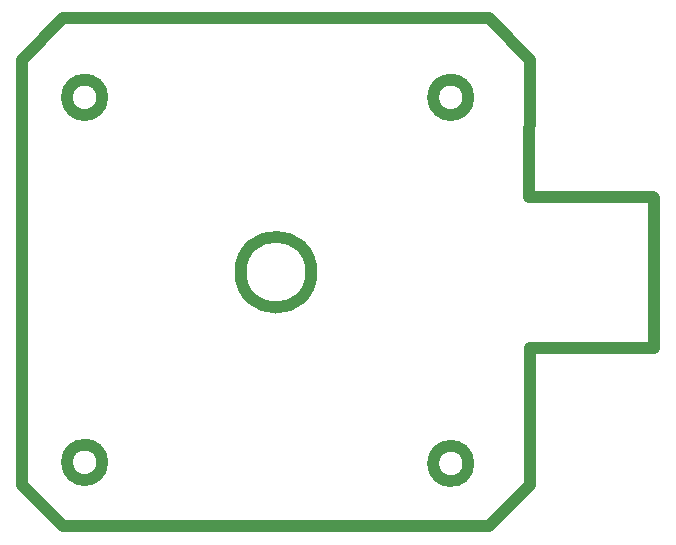
<source format=gbr>
%TF.GenerationSoftware,KiCad,Pcbnew,(6.0.1)*%
%TF.CreationDate,2022-01-25T16:06:09+02:00*%
%TF.ProjectId,DRV8428P-D11C-NEMA17,44525638-3432-4385-902d-443131432d4e,rev?*%
%TF.SameCoordinates,Original*%
%TF.FileFunction,Profile,NP*%
%FSLAX46Y46*%
G04 Gerber Fmt 4.6, Leading zero omitted, Abs format (unit mm)*
G04 Created by KiCad (PCBNEW (6.0.1)) date 2022-01-25 16:06:09*
%MOMM*%
%LPD*%
G01*
G04 APERTURE LIST*
%TA.AperFunction,Profile*%
%ADD10C,1.000000*%
%TD*%
G04 APERTURE END LIST*
D10*
X67000000Y-160900000D02*
X77500000Y-160900000D01*
X77500000Y-148200000D02*
X77500000Y-160900000D01*
X66900000Y-148100000D02*
X77400000Y-148100000D01*
X67000000Y-136500000D02*
X66900000Y-147900000D01*
X67000000Y-172500000D02*
X63500000Y-176000000D01*
X67000000Y-136500000D02*
X63500000Y-133000000D01*
X27500000Y-133000000D02*
X24000000Y-136500000D01*
X24000000Y-172500000D02*
X27500000Y-176000000D01*
X61800000Y-139700000D02*
G75*
G03*
X61800000Y-139700000I-1500000J0D01*
G01*
X61800000Y-170700000D02*
G75*
G03*
X61800000Y-170700000I-1500000J0D01*
G01*
X30800000Y-139700000D02*
G75*
G03*
X30800000Y-139700000I-1500000J0D01*
G01*
X30800000Y-170600000D02*
G75*
G03*
X30800000Y-170600000I-1500000J0D01*
G01*
X24000000Y-172500000D02*
X24000000Y-136500000D01*
X63500000Y-176000000D02*
X27500000Y-176000000D01*
X67000000Y-160900000D02*
X67000000Y-172500000D01*
X27500000Y-133000000D02*
X63500000Y-133000000D01*
X48500000Y-154500000D02*
G75*
G03*
X48500000Y-154500000I-3000000J0D01*
G01*
M02*

</source>
